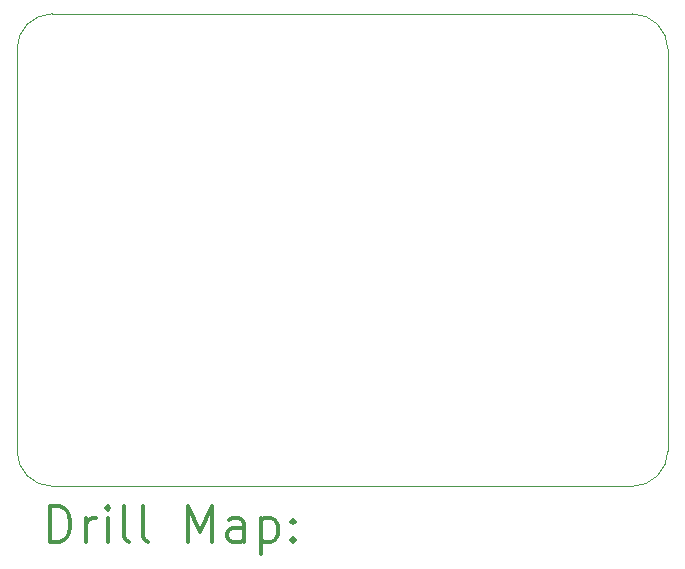
<source format=gbr>
%FSLAX45Y45*%
G04 Gerber Fmt 4.5, Leading zero omitted, Abs format (unit mm)*
G04 Created by KiCad (PCBNEW 5.1.9+dfsg1-1+deb11u1) date 2022-10-19 12:22:02*
%MOMM*%
%LPD*%
G01*
G04 APERTURE LIST*
%TA.AperFunction,Profile*%
%ADD10C,0.100000*%
%TD*%
%ADD11C,0.200000*%
%ADD12C,0.300000*%
G04 APERTURE END LIST*
D10*
X14921000Y-10914499D02*
G75*
G02*
X14621000Y-11214500I-300000J0D01*
G01*
X14620999Y-7214500D02*
G75*
G02*
X14921000Y-7514500I1J-300001D01*
G01*
X9710000Y-11214500D02*
G75*
G02*
X9410000Y-10914500I0J300000D01*
G01*
X9410000Y-7514500D02*
G75*
G02*
X9710000Y-7214499I300000J0D01*
G01*
X14921000Y-10914499D02*
X14921000Y-7514500D01*
X9410000Y-10914500D02*
X9410000Y-7514500D01*
X9710000Y-11214500D02*
X14621000Y-11214500D01*
X9710000Y-7214499D02*
X14620999Y-7214500D01*
D11*
D12*
X9691428Y-11685214D02*
X9691428Y-11385214D01*
X9762857Y-11385214D01*
X9805714Y-11399500D01*
X9834286Y-11428071D01*
X9848571Y-11456643D01*
X9862857Y-11513786D01*
X9862857Y-11556643D01*
X9848571Y-11613786D01*
X9834286Y-11642357D01*
X9805714Y-11670928D01*
X9762857Y-11685214D01*
X9691428Y-11685214D01*
X9991428Y-11685214D02*
X9991428Y-11485214D01*
X9991428Y-11542357D02*
X10005714Y-11513786D01*
X10020000Y-11499500D01*
X10048571Y-11485214D01*
X10077143Y-11485214D01*
X10177143Y-11685214D02*
X10177143Y-11485214D01*
X10177143Y-11385214D02*
X10162857Y-11399500D01*
X10177143Y-11413786D01*
X10191428Y-11399500D01*
X10177143Y-11385214D01*
X10177143Y-11413786D01*
X10362857Y-11685214D02*
X10334286Y-11670928D01*
X10320000Y-11642357D01*
X10320000Y-11385214D01*
X10520000Y-11685214D02*
X10491428Y-11670928D01*
X10477143Y-11642357D01*
X10477143Y-11385214D01*
X10862857Y-11685214D02*
X10862857Y-11385214D01*
X10962857Y-11599500D01*
X11062857Y-11385214D01*
X11062857Y-11685214D01*
X11334286Y-11685214D02*
X11334286Y-11528071D01*
X11320000Y-11499500D01*
X11291428Y-11485214D01*
X11234286Y-11485214D01*
X11205714Y-11499500D01*
X11334286Y-11670928D02*
X11305714Y-11685214D01*
X11234286Y-11685214D01*
X11205714Y-11670928D01*
X11191428Y-11642357D01*
X11191428Y-11613786D01*
X11205714Y-11585214D01*
X11234286Y-11570928D01*
X11305714Y-11570928D01*
X11334286Y-11556643D01*
X11477143Y-11485214D02*
X11477143Y-11785214D01*
X11477143Y-11499500D02*
X11505714Y-11485214D01*
X11562857Y-11485214D01*
X11591428Y-11499500D01*
X11605714Y-11513786D01*
X11620000Y-11542357D01*
X11620000Y-11628071D01*
X11605714Y-11656643D01*
X11591428Y-11670928D01*
X11562857Y-11685214D01*
X11505714Y-11685214D01*
X11477143Y-11670928D01*
X11748571Y-11656643D02*
X11762857Y-11670928D01*
X11748571Y-11685214D01*
X11734286Y-11670928D01*
X11748571Y-11656643D01*
X11748571Y-11685214D01*
X11748571Y-11499500D02*
X11762857Y-11513786D01*
X11748571Y-11528071D01*
X11734286Y-11513786D01*
X11748571Y-11499500D01*
X11748571Y-11528071D01*
M02*

</source>
